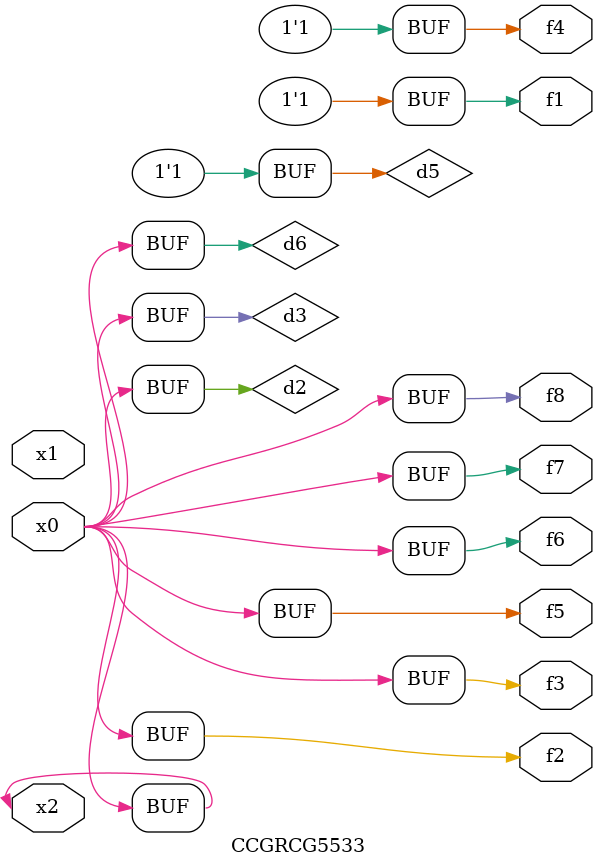
<source format=v>
module CCGRCG5533(
	input x0, x1, x2,
	output f1, f2, f3, f4, f5, f6, f7, f8
);

	wire d1, d2, d3, d4, d5, d6;

	xnor (d1, x2);
	buf (d2, x0, x2);
	and (d3, x0);
	xnor (d4, x1, x2);
	nand (d5, d1, d3);
	buf (d6, d2, d3);
	assign f1 = d5;
	assign f2 = d6;
	assign f3 = d6;
	assign f4 = d5;
	assign f5 = d6;
	assign f6 = d6;
	assign f7 = d6;
	assign f8 = d6;
endmodule

</source>
